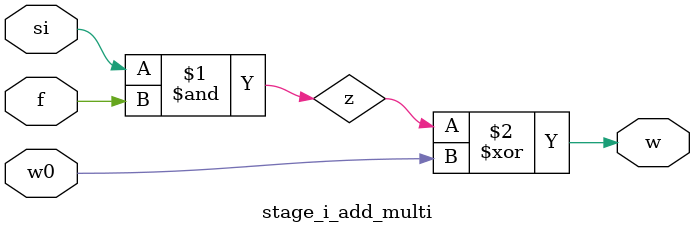
<source format=v>
`timescale 1ns / 1ps


module stage_i_add_multi(w,w0,si,f);
output w;
input w0;
input si;
input f;
wire z;
 and D0(z,si,f);
 xor D1(w,z,w0);
endmodule

</source>
